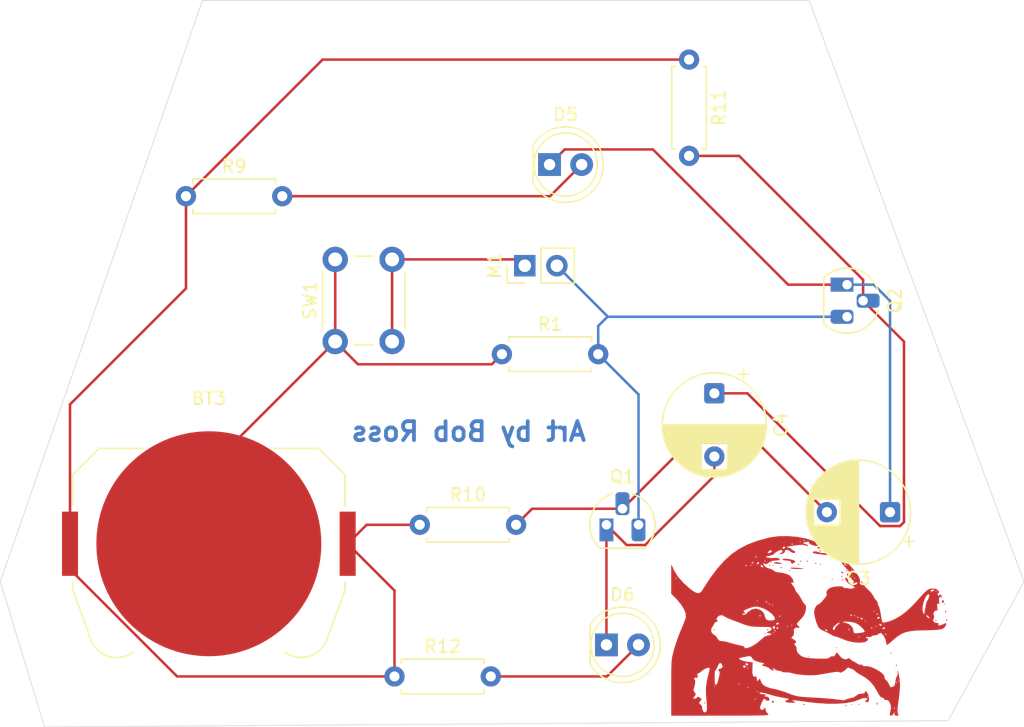
<source format=kicad_pcb>
(kicad_pcb (version 20241229) (generator "pcbnew") (generator_version "9.0")
  (layers (0 "F.Cu" signal) (2 "B.Cu" signal) (13 "F.Paste" user) (15 "B.Paste" user) (5 "F.SilkS" user "F.Silkscreen") (7 "B.SilkS" user "B.Silkscreen") (1 "F.Mask" user) (3 "B.Mask" user) (25 "Edge.Cuts" user))
  (net 0 "")
  (net 1 "Net-(BT3-+)")
  (net 2 "Net-(BT3--)")
  (net 3 "Net-(Q1-B)")
  (net 4 "Net-(D5-K)")
  (net 5 "Net-(Q2-B)")
  (net 6 "Net-(D6-K)")
  (net 7 "Net-(D5-A)")
  (net 8 "Net-(D6-A)")
  (net 9 "Net-(M1--)")
  (net 10 "Net-(M1-+)")
  (footprint "LED_THT:LED_D5.0mm" (layer "F.Cu") (at 137.46 46)
    (property "Reference" "D5")
    (property "Value" "LED")
  )
  (footprint "Battery:BatteryHolder_Keystone_3034_1x20mm" (layer "F.Cu") (at 110.5 76)
    (property "Reference" "BT3")
    (property "Value" "Battery_Cell")
  )
  (footprint "Resistor_THT:R_Axial_DIN0207_L6.3mm_D2.5mm_P7.62mm_Horizontal" (layer "F.Cu") (at 133.69 61)
    (property "Reference" "R1")
    (property "Value" "R")
  )
  (footprint "Package_TO_SOT_THT:TO-92L_HandSolder" (layer "F.Cu") (at 161 55.5 -90)
    (property "Reference" "Q2")
    (property "Value" "NPN")
  )
  (footprint "Package_TO_SOT_THT:TO-92L_HandSolder" (layer "F.Cu") (at 141.96 74.5)
    (property "Reference" "Q1")
    (property "Value" "NPN")
  )
  (footprint "Resistor_THT:R_Axial_DIN0207_L6.3mm_D2.5mm_P7.62mm_Horizontal" (layer "F.Cu") (at 125.19 86.5)
    (property "Reference" "R12")
    (property "Value" "R")
  )
  (footprint "Capacitor_THT:CP_Radial_D8.0mm_P5.00mm" (layer "F.Cu") (at 150.5 64.097349 -90)
    (property "Reference" "C4")
    (property "Value" "C")
  )
  (footprint "Resistor_THT:R_Axial_DIN0207_L6.3mm_D2.5mm_P7.62mm_Horizontal" (layer "F.Cu") (at 148.5 37.69 -90)
    (property "Reference" "R11")
    (property "Value" "R")
  )
  (footprint "LOGO" (layer "F.Cu") (at 158.643369 81.817521)
    (property "Reference" "G***" (hide yes))
    (property "Value" "LOGO" (hide yes))
  )
  (footprint "Resistor_THT:R_Axial_DIN0207_L6.3mm_D2.5mm_P7.62mm_Horizontal" (layer "F.Cu") (at 108.69 48.5)
    (property "Reference" "R9")
    (property "Value" "R")
  )
  (footprint "Resistor_THT:R_Axial_DIN0207_L6.3mm_D2.5mm_P7.62mm_Horizontal" (layer "F.Cu") (at 127.19 74.5)
    (property "Reference" "R10")
    (property "Value" "R")
  )
  (footprint "Connector_PinHeader_2.54mm:PinHeader_1x02_P2.54mm_Vertical" (layer "F.Cu") (at 135.5 54 90)
    (property "Reference" "M1")
    (property "Value" "Motor_DC")
  )
  (footprint "LED_THT:LED_D5.0mm" (layer "F.Cu") (at 141.96 84)
    (property "Reference" "D6")
    (property "Value" "LED")
  )
  (footprint "Capacitor_THT:CP_Radial_D8.0mm_P5.00mm" (layer "F.Cu") (at 164.402651 73.5 180)
    (property "Reference" "C3")
    (property "Value" "C")
  )
  (footprint "Button_Switch_THT:SW_PUSH_6mm" (layer "F.Cu") (at 120.5 60 90)
    (property "Reference" "SW1")
    (property "Value" "SW_Push")
  )
  (gr_line (start 158 33) (end 110 33) (stroke (width 0.05)) (layer "Edge.Cuts"))
  (gr_line (start 169 90) (end 175 79) (stroke (width 0.05)) (layer "Edge.Cuts"))
  (gr_line (start 110 33) (end 94 79) (stroke (width 0.05)) (layer "Edge.Cuts"))
  (gr_line (start 175 79) (end 158 33) (stroke (width 0.05)) (layer "Edge.Cuts"))
  (gr_line (start 97.5 90.5) (end 169 90) (stroke (width 0.05)) (layer "Edge.Cuts"))
  (gr_line (start 94 79) (end 97.5 90.5) (stroke (width 0.05)) (layer "Edge.Cuts"))
  (gr_text "Art by Bob Ross" (at 140.5 68 0) (layer "B.Cu") (effects (font (size 1.5 1.5) (thickness 0.3) (bold yes)) (justify left bottom mirror)))
  (segment (start 107.987821 86.5) (end 125.19 86.5) (width 0.2) (layer "F.Cu") (net 1))
  (segment (start 108.69 55.798789) (end 108.69 48.5) (width 0.2) (layer "F.Cu") (net 1))
  (segment (start 122.985 74.5) (end 121.485 76) (width 0.2) (layer "F.Cu") (net 1))
  (segment (start 127.19 74.5) (end 122.985 74.5) (width 0.2) (layer "F.Cu") (net 1))
  (segment (start 125.19 86.5) (end 125.19 79.705) (width 0.2) (layer "F.Cu") (net 1))
  (segment (start 119.5 37.69) (end 148.5 37.69) (width 0.2) (layer "F.Cu") (net 1))
  (segment (start 108.69 48.5) (end 119.5 37.69) (width 0.2) (layer "F.Cu") (net 1))
  (segment (start 99.515 76) (end 99.515 64.973789) (width 0.2) (layer "F.Cu") (net 1))
  (segment (start 99.515 76) (end 99.515 78.027179) (width 0.2) (layer "F.Cu") (net 1))
  (segment (start 125.19 79.705) (end 121.485 76) (width 0.2) (layer "F.Cu") (net 1))
  (segment (start 99.515 64.973789) (end 108.69 55.798789) (width 0.2) (layer "F.Cu") (net 1))
  (segment (start 99.515 78.027179) (end 107.987821 86.5) (width 0.2) (layer "F.Cu") (net 1))
  (segment (start 120.5 60) (end 120.5 53.5) (width 0.2) (layer "F.Cu") (net 2))
  (segment (start 132.890001 61.799999) (end 122.299999 61.799999) (width 0.2) (layer "F.Cu") (net 2))
  (segment (start 133.69 61) (end 132.890001 61.799999) (width 0.2) (layer "F.Cu") (net 2))
  (segment (start 110.5 76) (end 110.5 70) (width 0.2) (layer "F.Cu") (net 2))
  (segment (start 122.299999 61.799999) (end 120.5 60) (width 0.2) (layer "F.Cu") (net 2))
  (segment (start 110.5 70) (end 120.5 60) (width 0.2) (layer "F.Cu") (net 2))
  (segment (start 159.402651 73.5) (end 153.899 67.996349) (width 0.2) (layer "F.Cu") (net 3))
  (segment (start 148.463651 67.996349) (end 143.23 73.23) (width 0.2) (layer "F.Cu") (net 3))
  (segment (start 136.08 73.23) (end 143.23 73.23) (width 0.2) (layer "F.Cu") (net 3))
  (segment (start 153.899 67.996349) (end 148.463651 67.996349) (width 0.2) (layer "F.Cu") (net 3))
  (segment (start 134.81 74.5) (end 136.08 73.23) (width 0.2) (layer "F.Cu") (net 3))
  (segment (start 137.46 46) (end 138.661 44.799) (width 0.2) (layer "F.Cu") (net 4))
  (segment (start 138.661 44.799) (end 145.636794 44.799) (width 0.2) (layer "F.Cu") (net 4))
  (segment (start 156.337794 55.5) (end 161 55.5) (width 0.2) (layer "F.Cu") (net 4))
  (segment (start 145.636794 44.799) (end 156.337794 55.5) (width 0.2) (layer "F.Cu") (net 4))
  (segment (start 163.122206 55.5) (end 161 55.5) (width 0.2) (layer "B.Cu") (net 4))
  (segment (start 164.402651 73.5) (end 164.402651 56.780445) (width 0.2) (layer "B.Cu") (net 4))
  (segment (start 164.402651 56.780445) (end 163.122206 55.5) (width 0.2) (layer "B.Cu") (net 4))
  (segment (start 163.617491 74.601) (end 165.187811 74.601) (width 0.2) (layer "F.Cu") (net 5))
  (segment (start 165.503651 74.28516) (end 165.503651 60.003651) (width 0.2) (layer "F.Cu") (net 5))
  (segment (start 148.5 45.31) (end 152.462 45.31) (width 0.2) (layer "F.Cu") (net 5))
  (segment (start 150.5 64.097349) (end 153.11384 64.097349) (width 0.2) (layer "F.Cu") (net 5))
  (segment (start 153.11384 64.097349) (end 163.617491 74.601) (width 0.2) (layer "F.Cu") (net 5))
  (segment (start 165.503651 60.003651) (end 162.27 56.77) (width 0.2) (layer "F.Cu") (net 5))
  (segment (start 165.187811 74.601) (end 165.503651 74.28516) (width 0.2) (layer "F.Cu") (net 5))
  (segment (start 162.27 55.118) (end 162.27 56.77) (width 0.2) (layer "F.Cu") (net 5))
  (segment (start 152.462 45.31) (end 162.27 55.118) (width 0.2) (layer "F.Cu") (net 5))
  (segment (start 141.96 84) (end 141.96 74.5) (width 0.2) (layer "F.Cu") (net 6))
  (segment (start 143.561 76.101) (end 141.96 74.5) (width 0.2) (layer "F.Cu") (net 6))
  (segment (start 150.5 70.622206) (end 145.021206 76.101) (width 0.2) (layer "F.Cu") (net 6))
  (segment (start 145.021206 76.101) (end 143.561 76.101) (width 0.2) (layer "F.Cu") (net 6))
  (segment (start 150.5 69.097349) (end 150.5 70.622206) (width 0.2) (layer "F.Cu") (net 6))
  (segment (start 137.5 48.5) (end 140 46) (width 0.2) (layer "F.Cu") (net 7))
  (segment (start 116.31 48.5) (end 137.5 48.5) (width 0.2) (layer "F.Cu") (net 7))
  (segment (start 142 86.5) (end 144.5 84) (width 0.2) (layer "F.Cu") (net 8))
  (segment (start 132.81 86.5) (end 142 86.5) (width 0.2) (layer "F.Cu") (net 8))
  (segment (start 138.04 54) (end 142.04 58) (width 0.2) (layer "B.Cu") (net 9))
  (segment (start 161 58.04) (end 142.04 58.04) (width 0.2) (layer "B.Cu") (net 9))
  (segment (start 141.31 61) (end 144.5 64.19) (width 0.2) (layer "B.Cu") (net 9))
  (segment (start 141.31 61) (end 141.31 58.77) (width 0.2) (layer "B.Cu") (net 9))
  (segment (start 142.04 58) (end 142.04 58.04) (width 0.2) (layer "B.Cu") (net 9))
  (segment (start 144.5 64.19) (end 144.5 74.5) (width 0.2) (layer "B.Cu") (net 9))
  (segment (start 141.31 58.77) (end 142.04 58.04) (width 0.2) (layer "B.Cu") (net 9))
  (segment (start 135 53.5) (end 135.5 54) (width 0.2) (layer "F.Cu") (net 10))
  (segment (start 125 60) (end 125 53.5) (width 0.2) (layer "F.Cu") (net 10))
  (segment (start 125 53.5) (end 135 53.5) (width 0.2) (layer "F.Cu") (net 10))
)
</source>
